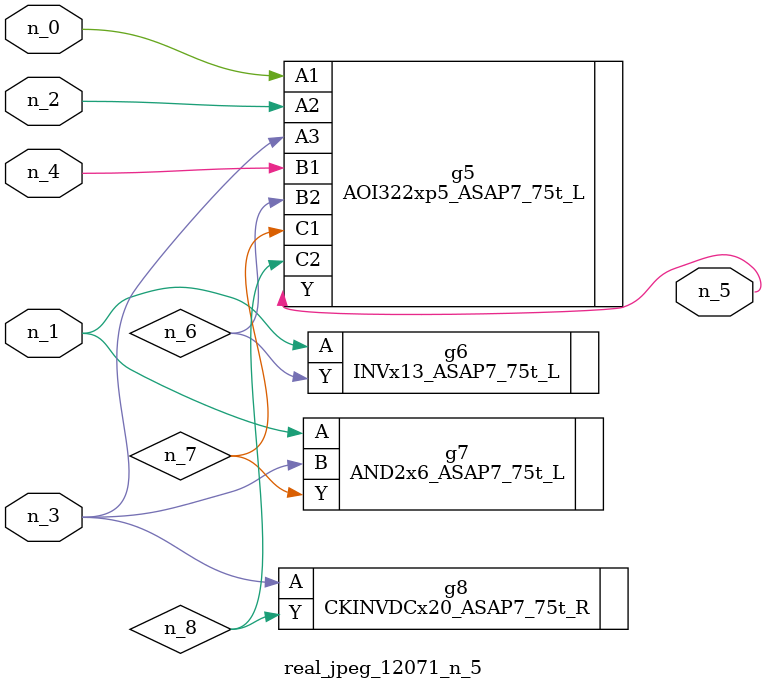
<source format=v>
module real_jpeg_12071_n_5 (n_4, n_0, n_1, n_2, n_3, n_5);

input n_4;
input n_0;
input n_1;
input n_2;
input n_3;

output n_5;

wire n_8;
wire n_6;
wire n_7;

AOI322xp5_ASAP7_75t_L g5 ( 
.A1(n_0),
.A2(n_2),
.A3(n_3),
.B1(n_4),
.B2(n_6),
.C1(n_7),
.C2(n_8),
.Y(n_5)
);

INVx13_ASAP7_75t_L g6 ( 
.A(n_1),
.Y(n_6)
);

AND2x6_ASAP7_75t_L g7 ( 
.A(n_1),
.B(n_3),
.Y(n_7)
);

CKINVDCx20_ASAP7_75t_R g8 ( 
.A(n_3),
.Y(n_8)
);


endmodule
</source>
